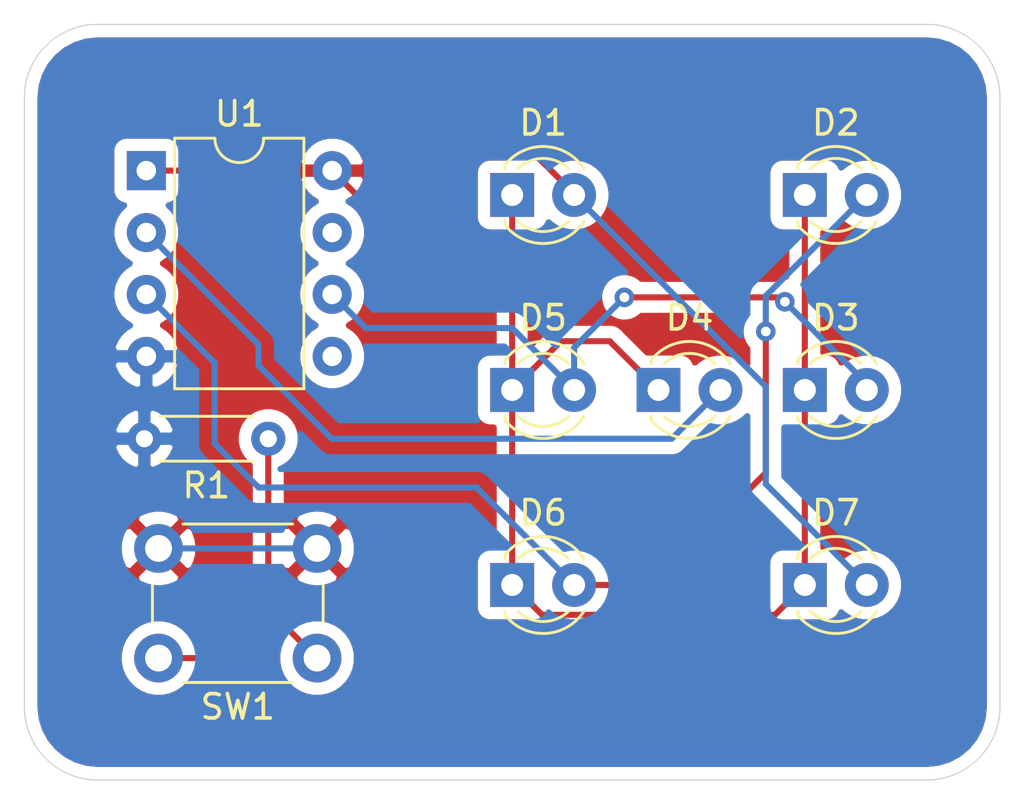
<source format=kicad_pcb>
(kicad_pcb (version 20171130) (host pcbnew "(5.1.6)-1")

  (general
    (thickness 1.6)
    (drawings 8)
    (tracks 53)
    (zones 0)
    (modules 10)
    (nets 9)
  )

  (page A4)
  (layers
    (0 F.Cu signal)
    (31 B.Cu signal)
    (32 B.Adhes user)
    (33 F.Adhes user)
    (34 B.Paste user)
    (35 F.Paste user)
    (36 B.SilkS user)
    (37 F.SilkS user)
    (38 B.Mask user)
    (39 F.Mask user)
    (40 Dwgs.User user)
    (41 Cmts.User user)
    (42 Eco1.User user)
    (43 Eco2.User user)
    (44 Edge.Cuts user)
    (45 Margin user)
    (46 B.CrtYd user)
    (47 F.CrtYd user)
    (48 B.Fab user hide)
    (49 F.Fab user hide)
  )

  (setup
    (last_trace_width 0.25)
    (trace_clearance 0.2)
    (zone_clearance 0.508)
    (zone_45_only no)
    (trace_min 0.2)
    (via_size 0.8)
    (via_drill 0.4)
    (via_min_size 0.4)
    (via_min_drill 0.3)
    (uvia_size 0.3)
    (uvia_drill 0.1)
    (uvias_allowed no)
    (uvia_min_size 0.2)
    (uvia_min_drill 0.1)
    (edge_width 0.05)
    (segment_width 0.2)
    (pcb_text_width 0.3)
    (pcb_text_size 1.5 1.5)
    (mod_edge_width 0.12)
    (mod_text_size 1 1)
    (mod_text_width 0.15)
    (pad_size 1.524 1.524)
    (pad_drill 0.762)
    (pad_to_mask_clearance 0.05)
    (aux_axis_origin 0 0)
    (visible_elements FFFFFF7F)
    (pcbplotparams
      (layerselection 0x010fc_ffffffff)
      (usegerberextensions false)
      (usegerberattributes true)
      (usegerberadvancedattributes true)
      (creategerberjobfile true)
      (excludeedgelayer true)
      (linewidth 0.100000)
      (plotframeref false)
      (viasonmask false)
      (mode 1)
      (useauxorigin false)
      (hpglpennumber 1)
      (hpglpenspeed 20)
      (hpglpendiameter 15.000000)
      (psnegative false)
      (psa4output false)
      (plotreference true)
      (plotvalue true)
      (plotinvisibletext false)
      (padsonsilk false)
      (subtractmaskfromsilk false)
      (outputformat 1)
      (mirror false)
      (drillshape 1)
      (scaleselection 1)
      (outputdirectory ""))
  )

  (net 0 "")
  (net 1 "Net-(D1-Pad1)")
  (net 2 "Net-(D1-Pad2)")
  (net 3 "Net-(D2-Pad2)")
  (net 4 "Net-(D3-Pad2)")
  (net 5 "Net-(D4-Pad2)")
  (net 6 "Net-(R1-Pad1)")
  (net 7 GND)
  (net 8 +3V3)

  (net_class Default "This is the default net class."
    (clearance 0.2)
    (trace_width 0.25)
    (via_dia 0.8)
    (via_drill 0.4)
    (uvia_dia 0.3)
    (uvia_drill 0.1)
    (add_net +3V3)
    (add_net GND)
    (add_net "Net-(D1-Pad1)")
    (add_net "Net-(D1-Pad2)")
    (add_net "Net-(D2-Pad2)")
    (add_net "Net-(D3-Pad2)")
    (add_net "Net-(D4-Pad2)")
    (add_net "Net-(R1-Pad1)")
  )

  (module LED_THT:LED_D3.0mm (layer F.Cu) (tedit 587A3A7B) (tstamp 5F64B3C3)
    (at 155 69)
    (descr "LED, diameter 3.0mm, 2 pins")
    (tags "LED diameter 3.0mm 2 pins")
    (path /5F65736A)
    (fp_text reference D1 (at 1.27 -2.96) (layer F.SilkS)
      (effects (font (size 1 1) (thickness 0.15)))
    )
    (fp_text value LED (at 1.27 2.96) (layer F.Fab)
      (effects (font (size 1 1) (thickness 0.15)))
    )
    (fp_line (start 3.7 -2.25) (end -1.15 -2.25) (layer F.CrtYd) (width 0.05))
    (fp_line (start 3.7 2.25) (end 3.7 -2.25) (layer F.CrtYd) (width 0.05))
    (fp_line (start -1.15 2.25) (end 3.7 2.25) (layer F.CrtYd) (width 0.05))
    (fp_line (start -1.15 -2.25) (end -1.15 2.25) (layer F.CrtYd) (width 0.05))
    (fp_line (start -0.29 1.08) (end -0.29 1.236) (layer F.SilkS) (width 0.12))
    (fp_line (start -0.29 -1.236) (end -0.29 -1.08) (layer F.SilkS) (width 0.12))
    (fp_line (start -0.23 -1.16619) (end -0.23 1.16619) (layer F.Fab) (width 0.1))
    (fp_circle (center 1.27 0) (end 2.77 0) (layer F.Fab) (width 0.1))
    (fp_arc (start 1.27 0) (end -0.23 -1.16619) (angle 284.3) (layer F.Fab) (width 0.1))
    (fp_arc (start 1.27 0) (end -0.29 -1.235516) (angle 108.8) (layer F.SilkS) (width 0.12))
    (fp_arc (start 1.27 0) (end -0.29 1.235516) (angle -108.8) (layer F.SilkS) (width 0.12))
    (fp_arc (start 1.27 0) (end 0.229039 -1.08) (angle 87.9) (layer F.SilkS) (width 0.12))
    (fp_arc (start 1.27 0) (end 0.229039 1.08) (angle -87.9) (layer F.SilkS) (width 0.12))
    (pad 1 thru_hole rect (at 0 0) (size 1.8 1.8) (drill 0.9) (layers *.Cu *.Mask)
      (net 1 "Net-(D1-Pad1)"))
    (pad 2 thru_hole circle (at 2.54 0) (size 1.8 1.8) (drill 0.9) (layers *.Cu *.Mask)
      (net 2 "Net-(D1-Pad2)"))
    (model ${KISYS3DMOD}/LED_THT.3dshapes/LED_D3.0mm.wrl
      (at (xyz 0 0 0))
      (scale (xyz 1 1 1))
      (rotate (xyz 0 0 0))
    )
  )

  (module LED_THT:LED_D3.0mm (layer F.Cu) (tedit 587A3A7B) (tstamp 5F64B3D6)
    (at 167 69)
    (descr "LED, diameter 3.0mm, 2 pins")
    (tags "LED diameter 3.0mm 2 pins")
    (path /5F658A18)
    (fp_text reference D2 (at 1.27 -2.96) (layer F.SilkS)
      (effects (font (size 1 1) (thickness 0.15)))
    )
    (fp_text value LED (at 1.27 2.96) (layer F.Fab)
      (effects (font (size 1 1) (thickness 0.15)))
    )
    (fp_arc (start 1.27 0) (end 0.229039 1.08) (angle -87.9) (layer F.SilkS) (width 0.12))
    (fp_arc (start 1.27 0) (end 0.229039 -1.08) (angle 87.9) (layer F.SilkS) (width 0.12))
    (fp_arc (start 1.27 0) (end -0.29 1.235516) (angle -108.8) (layer F.SilkS) (width 0.12))
    (fp_arc (start 1.27 0) (end -0.29 -1.235516) (angle 108.8) (layer F.SilkS) (width 0.12))
    (fp_arc (start 1.27 0) (end -0.23 -1.16619) (angle 284.3) (layer F.Fab) (width 0.1))
    (fp_circle (center 1.27 0) (end 2.77 0) (layer F.Fab) (width 0.1))
    (fp_line (start -0.23 -1.16619) (end -0.23 1.16619) (layer F.Fab) (width 0.1))
    (fp_line (start -0.29 -1.236) (end -0.29 -1.08) (layer F.SilkS) (width 0.12))
    (fp_line (start -0.29 1.08) (end -0.29 1.236) (layer F.SilkS) (width 0.12))
    (fp_line (start -1.15 -2.25) (end -1.15 2.25) (layer F.CrtYd) (width 0.05))
    (fp_line (start -1.15 2.25) (end 3.7 2.25) (layer F.CrtYd) (width 0.05))
    (fp_line (start 3.7 2.25) (end 3.7 -2.25) (layer F.CrtYd) (width 0.05))
    (fp_line (start 3.7 -2.25) (end -1.15 -2.25) (layer F.CrtYd) (width 0.05))
    (pad 2 thru_hole circle (at 2.54 0) (size 1.8 1.8) (drill 0.9) (layers *.Cu *.Mask)
      (net 3 "Net-(D2-Pad2)"))
    (pad 1 thru_hole rect (at 0 0) (size 1.8 1.8) (drill 0.9) (layers *.Cu *.Mask)
      (net 1 "Net-(D1-Pad1)"))
    (model ${KISYS3DMOD}/LED_THT.3dshapes/LED_D3.0mm.wrl
      (at (xyz 0 0 0))
      (scale (xyz 1 1 1))
      (rotate (xyz 0 0 0))
    )
  )

  (module LED_THT:LED_D3.0mm (layer F.Cu) (tedit 587A3A7B) (tstamp 5F64B3E9)
    (at 167 77)
    (descr "LED, diameter 3.0mm, 2 pins")
    (tags "LED diameter 3.0mm 2 pins")
    (path /5F659C08)
    (fp_text reference D3 (at 1.27 -2.96) (layer F.SilkS)
      (effects (font (size 1 1) (thickness 0.15)))
    )
    (fp_text value LED (at 1.27 2.96) (layer F.Fab)
      (effects (font (size 1 1) (thickness 0.15)))
    )
    (fp_line (start 3.7 -2.25) (end -1.15 -2.25) (layer F.CrtYd) (width 0.05))
    (fp_line (start 3.7 2.25) (end 3.7 -2.25) (layer F.CrtYd) (width 0.05))
    (fp_line (start -1.15 2.25) (end 3.7 2.25) (layer F.CrtYd) (width 0.05))
    (fp_line (start -1.15 -2.25) (end -1.15 2.25) (layer F.CrtYd) (width 0.05))
    (fp_line (start -0.29 1.08) (end -0.29 1.236) (layer F.SilkS) (width 0.12))
    (fp_line (start -0.29 -1.236) (end -0.29 -1.08) (layer F.SilkS) (width 0.12))
    (fp_line (start -0.23 -1.16619) (end -0.23 1.16619) (layer F.Fab) (width 0.1))
    (fp_circle (center 1.27 0) (end 2.77 0) (layer F.Fab) (width 0.1))
    (fp_arc (start 1.27 0) (end -0.23 -1.16619) (angle 284.3) (layer F.Fab) (width 0.1))
    (fp_arc (start 1.27 0) (end -0.29 -1.235516) (angle 108.8) (layer F.SilkS) (width 0.12))
    (fp_arc (start 1.27 0) (end -0.29 1.235516) (angle -108.8) (layer F.SilkS) (width 0.12))
    (fp_arc (start 1.27 0) (end 0.229039 -1.08) (angle 87.9) (layer F.SilkS) (width 0.12))
    (fp_arc (start 1.27 0) (end 0.229039 1.08) (angle -87.9) (layer F.SilkS) (width 0.12))
    (pad 1 thru_hole rect (at 0 0) (size 1.8 1.8) (drill 0.9) (layers *.Cu *.Mask)
      (net 1 "Net-(D1-Pad1)"))
    (pad 2 thru_hole circle (at 2.54 0) (size 1.8 1.8) (drill 0.9) (layers *.Cu *.Mask)
      (net 4 "Net-(D3-Pad2)"))
    (model ${KISYS3DMOD}/LED_THT.3dshapes/LED_D3.0mm.wrl
      (at (xyz 0 0 0))
      (scale (xyz 1 1 1))
      (rotate (xyz 0 0 0))
    )
  )

  (module LED_THT:LED_D3.0mm (layer F.Cu) (tedit 587A3A7B) (tstamp 5F64B3FC)
    (at 161 77)
    (descr "LED, diameter 3.0mm, 2 pins")
    (tags "LED diameter 3.0mm 2 pins")
    (path /5F659888)
    (fp_text reference D4 (at 1.27 -2.96) (layer F.SilkS)
      (effects (font (size 1 1) (thickness 0.15)))
    )
    (fp_text value LED (at 1.27 2.96) (layer F.Fab)
      (effects (font (size 1 1) (thickness 0.15)))
    )
    (fp_arc (start 1.27 0) (end 0.229039 1.08) (angle -87.9) (layer F.SilkS) (width 0.12))
    (fp_arc (start 1.27 0) (end 0.229039 -1.08) (angle 87.9) (layer F.SilkS) (width 0.12))
    (fp_arc (start 1.27 0) (end -0.29 1.235516) (angle -108.8) (layer F.SilkS) (width 0.12))
    (fp_arc (start 1.27 0) (end -0.29 -1.235516) (angle 108.8) (layer F.SilkS) (width 0.12))
    (fp_arc (start 1.27 0) (end -0.23 -1.16619) (angle 284.3) (layer F.Fab) (width 0.1))
    (fp_circle (center 1.27 0) (end 2.77 0) (layer F.Fab) (width 0.1))
    (fp_line (start -0.23 -1.16619) (end -0.23 1.16619) (layer F.Fab) (width 0.1))
    (fp_line (start -0.29 -1.236) (end -0.29 -1.08) (layer F.SilkS) (width 0.12))
    (fp_line (start -0.29 1.08) (end -0.29 1.236) (layer F.SilkS) (width 0.12))
    (fp_line (start -1.15 -2.25) (end -1.15 2.25) (layer F.CrtYd) (width 0.05))
    (fp_line (start -1.15 2.25) (end 3.7 2.25) (layer F.CrtYd) (width 0.05))
    (fp_line (start 3.7 2.25) (end 3.7 -2.25) (layer F.CrtYd) (width 0.05))
    (fp_line (start 3.7 -2.25) (end -1.15 -2.25) (layer F.CrtYd) (width 0.05))
    (pad 2 thru_hole circle (at 2.54 0) (size 1.8 1.8) (drill 0.9) (layers *.Cu *.Mask)
      (net 5 "Net-(D4-Pad2)"))
    (pad 1 thru_hole rect (at 0 0) (size 1.8 1.8) (drill 0.9) (layers *.Cu *.Mask)
      (net 1 "Net-(D1-Pad1)"))
    (model ${KISYS3DMOD}/LED_THT.3dshapes/LED_D3.0mm.wrl
      (at (xyz 0 0 0))
      (scale (xyz 1 1 1))
      (rotate (xyz 0 0 0))
    )
  )

  (module LED_THT:LED_D3.0mm (layer F.Cu) (tedit 587A3A7B) (tstamp 5F64B40F)
    (at 155 77)
    (descr "LED, diameter 3.0mm, 2 pins")
    (tags "LED diameter 3.0mm 2 pins")
    (path /5F659026)
    (fp_text reference D5 (at 1.27 -2.96) (layer F.SilkS)
      (effects (font (size 1 1) (thickness 0.15)))
    )
    (fp_text value LED (at 1.27 2.96) (layer F.Fab)
      (effects (font (size 1 1) (thickness 0.15)))
    )
    (fp_line (start 3.7 -2.25) (end -1.15 -2.25) (layer F.CrtYd) (width 0.05))
    (fp_line (start 3.7 2.25) (end 3.7 -2.25) (layer F.CrtYd) (width 0.05))
    (fp_line (start -1.15 2.25) (end 3.7 2.25) (layer F.CrtYd) (width 0.05))
    (fp_line (start -1.15 -2.25) (end -1.15 2.25) (layer F.CrtYd) (width 0.05))
    (fp_line (start -0.29 1.08) (end -0.29 1.236) (layer F.SilkS) (width 0.12))
    (fp_line (start -0.29 -1.236) (end -0.29 -1.08) (layer F.SilkS) (width 0.12))
    (fp_line (start -0.23 -1.16619) (end -0.23 1.16619) (layer F.Fab) (width 0.1))
    (fp_circle (center 1.27 0) (end 2.77 0) (layer F.Fab) (width 0.1))
    (fp_arc (start 1.27 0) (end -0.23 -1.16619) (angle 284.3) (layer F.Fab) (width 0.1))
    (fp_arc (start 1.27 0) (end -0.29 -1.235516) (angle 108.8) (layer F.SilkS) (width 0.12))
    (fp_arc (start 1.27 0) (end -0.29 1.235516) (angle -108.8) (layer F.SilkS) (width 0.12))
    (fp_arc (start 1.27 0) (end 0.229039 -1.08) (angle 87.9) (layer F.SilkS) (width 0.12))
    (fp_arc (start 1.27 0) (end 0.229039 1.08) (angle -87.9) (layer F.SilkS) (width 0.12))
    (pad 1 thru_hole rect (at 0 0) (size 1.8 1.8) (drill 0.9) (layers *.Cu *.Mask)
      (net 1 "Net-(D1-Pad1)"))
    (pad 2 thru_hole circle (at 2.54 0) (size 1.8 1.8) (drill 0.9) (layers *.Cu *.Mask)
      (net 4 "Net-(D3-Pad2)"))
    (model ${KISYS3DMOD}/LED_THT.3dshapes/LED_D3.0mm.wrl
      (at (xyz 0 0 0))
      (scale (xyz 1 1 1))
      (rotate (xyz 0 0 0))
    )
  )

  (module LED_THT:LED_D3.0mm (layer F.Cu) (tedit 587A3A7B) (tstamp 5F64B422)
    (at 155 85)
    (descr "LED, diameter 3.0mm, 2 pins")
    (tags "LED diameter 3.0mm 2 pins")
    (path /5F65B893)
    (fp_text reference D6 (at 1.27 -2.96) (layer F.SilkS)
      (effects (font (size 1 1) (thickness 0.15)))
    )
    (fp_text value LED (at 1.27 2.96) (layer F.Fab)
      (effects (font (size 1 1) (thickness 0.15)))
    )
    (fp_arc (start 1.27 0) (end 0.229039 1.08) (angle -87.9) (layer F.SilkS) (width 0.12))
    (fp_arc (start 1.27 0) (end 0.229039 -1.08) (angle 87.9) (layer F.SilkS) (width 0.12))
    (fp_arc (start 1.27 0) (end -0.29 1.235516) (angle -108.8) (layer F.SilkS) (width 0.12))
    (fp_arc (start 1.27 0) (end -0.29 -1.235516) (angle 108.8) (layer F.SilkS) (width 0.12))
    (fp_arc (start 1.27 0) (end -0.23 -1.16619) (angle 284.3) (layer F.Fab) (width 0.1))
    (fp_circle (center 1.27 0) (end 2.77 0) (layer F.Fab) (width 0.1))
    (fp_line (start -0.23 -1.16619) (end -0.23 1.16619) (layer F.Fab) (width 0.1))
    (fp_line (start -0.29 -1.236) (end -0.29 -1.08) (layer F.SilkS) (width 0.12))
    (fp_line (start -0.29 1.08) (end -0.29 1.236) (layer F.SilkS) (width 0.12))
    (fp_line (start -1.15 -2.25) (end -1.15 2.25) (layer F.CrtYd) (width 0.05))
    (fp_line (start -1.15 2.25) (end 3.7 2.25) (layer F.CrtYd) (width 0.05))
    (fp_line (start 3.7 2.25) (end 3.7 -2.25) (layer F.CrtYd) (width 0.05))
    (fp_line (start 3.7 -2.25) (end -1.15 -2.25) (layer F.CrtYd) (width 0.05))
    (pad 2 thru_hole circle (at 2.54 0) (size 1.8 1.8) (drill 0.9) (layers *.Cu *.Mask)
      (net 3 "Net-(D2-Pad2)"))
    (pad 1 thru_hole rect (at 0 0) (size 1.8 1.8) (drill 0.9) (layers *.Cu *.Mask)
      (net 1 "Net-(D1-Pad1)"))
    (model ${KISYS3DMOD}/LED_THT.3dshapes/LED_D3.0mm.wrl
      (at (xyz 0 0 0))
      (scale (xyz 1 1 1))
      (rotate (xyz 0 0 0))
    )
  )

  (module LED_THT:LED_D3.0mm (layer F.Cu) (tedit 587A3A7B) (tstamp 5F64B435)
    (at 167 85)
    (descr "LED, diameter 3.0mm, 2 pins")
    (tags "LED diameter 3.0mm 2 pins")
    (path /5F65B89D)
    (fp_text reference D7 (at 1.27 -2.96) (layer F.SilkS)
      (effects (font (size 1 1) (thickness 0.15)))
    )
    (fp_text value LED (at 1.27 2.96) (layer F.Fab)
      (effects (font (size 1 1) (thickness 0.15)))
    )
    (fp_line (start 3.7 -2.25) (end -1.15 -2.25) (layer F.CrtYd) (width 0.05))
    (fp_line (start 3.7 2.25) (end 3.7 -2.25) (layer F.CrtYd) (width 0.05))
    (fp_line (start -1.15 2.25) (end 3.7 2.25) (layer F.CrtYd) (width 0.05))
    (fp_line (start -1.15 -2.25) (end -1.15 2.25) (layer F.CrtYd) (width 0.05))
    (fp_line (start -0.29 1.08) (end -0.29 1.236) (layer F.SilkS) (width 0.12))
    (fp_line (start -0.29 -1.236) (end -0.29 -1.08) (layer F.SilkS) (width 0.12))
    (fp_line (start -0.23 -1.16619) (end -0.23 1.16619) (layer F.Fab) (width 0.1))
    (fp_circle (center 1.27 0) (end 2.77 0) (layer F.Fab) (width 0.1))
    (fp_arc (start 1.27 0) (end -0.23 -1.16619) (angle 284.3) (layer F.Fab) (width 0.1))
    (fp_arc (start 1.27 0) (end -0.29 -1.235516) (angle 108.8) (layer F.SilkS) (width 0.12))
    (fp_arc (start 1.27 0) (end -0.29 1.235516) (angle -108.8) (layer F.SilkS) (width 0.12))
    (fp_arc (start 1.27 0) (end 0.229039 -1.08) (angle 87.9) (layer F.SilkS) (width 0.12))
    (fp_arc (start 1.27 0) (end 0.229039 1.08) (angle -87.9) (layer F.SilkS) (width 0.12))
    (pad 1 thru_hole rect (at 0 0) (size 1.8 1.8) (drill 0.9) (layers *.Cu *.Mask)
      (net 1 "Net-(D1-Pad1)"))
    (pad 2 thru_hole circle (at 2.54 0) (size 1.8 1.8) (drill 0.9) (layers *.Cu *.Mask)
      (net 2 "Net-(D1-Pad2)"))
    (model ${KISYS3DMOD}/LED_THT.3dshapes/LED_D3.0mm.wrl
      (at (xyz 0 0 0))
      (scale (xyz 1 1 1))
      (rotate (xyz 0 0 0))
    )
  )

  (module Resistor_THT:R_Axial_DIN0204_L3.6mm_D1.6mm_P5.08mm_Horizontal (layer F.Cu) (tedit 5AE5139B) (tstamp 5F64B448)
    (at 145 79 180)
    (descr "Resistor, Axial_DIN0204 series, Axial, Horizontal, pin pitch=5.08mm, 0.167W, length*diameter=3.6*1.6mm^2, http://cdn-reichelt.de/documents/datenblatt/B400/1_4W%23YAG.pdf")
    (tags "Resistor Axial_DIN0204 series Axial Horizontal pin pitch 5.08mm 0.167W length 3.6mm diameter 1.6mm")
    (path /5F6464FC)
    (fp_text reference R1 (at 2.54 -1.92) (layer F.SilkS)
      (effects (font (size 1 1) (thickness 0.15)))
    )
    (fp_text value 10k (at 2.54 1.92) (layer F.Fab)
      (effects (font (size 1 1) (thickness 0.15)))
    )
    (fp_line (start 6.03 -1.05) (end -0.95 -1.05) (layer F.CrtYd) (width 0.05))
    (fp_line (start 6.03 1.05) (end 6.03 -1.05) (layer F.CrtYd) (width 0.05))
    (fp_line (start -0.95 1.05) (end 6.03 1.05) (layer F.CrtYd) (width 0.05))
    (fp_line (start -0.95 -1.05) (end -0.95 1.05) (layer F.CrtYd) (width 0.05))
    (fp_line (start 0.62 0.92) (end 4.46 0.92) (layer F.SilkS) (width 0.12))
    (fp_line (start 0.62 -0.92) (end 4.46 -0.92) (layer F.SilkS) (width 0.12))
    (fp_line (start 5.08 0) (end 4.34 0) (layer F.Fab) (width 0.1))
    (fp_line (start 0 0) (end 0.74 0) (layer F.Fab) (width 0.1))
    (fp_line (start 4.34 -0.8) (end 0.74 -0.8) (layer F.Fab) (width 0.1))
    (fp_line (start 4.34 0.8) (end 4.34 -0.8) (layer F.Fab) (width 0.1))
    (fp_line (start 0.74 0.8) (end 4.34 0.8) (layer F.Fab) (width 0.1))
    (fp_line (start 0.74 -0.8) (end 0.74 0.8) (layer F.Fab) (width 0.1))
    (fp_text user %R (at 2.54 0) (layer F.Fab)
      (effects (font (size 0.72 0.72) (thickness 0.108)))
    )
    (pad 1 thru_hole circle (at 0 0 180) (size 1.4 1.4) (drill 0.7) (layers *.Cu *.Mask)
      (net 6 "Net-(R1-Pad1)"))
    (pad 2 thru_hole oval (at 5.08 0 180) (size 1.4 1.4) (drill 0.7) (layers *.Cu *.Mask)
      (net 7 GND))
    (model ${KISYS3DMOD}/Resistor_THT.3dshapes/R_Axial_DIN0204_L3.6mm_D1.6mm_P5.08mm_Horizontal.wrl
      (at (xyz 0 0 0))
      (scale (xyz 1 1 1))
      (rotate (xyz 0 0 0))
    )
  )

  (module Button_Switch_THT:SW_PUSH_6mm_H5mm (layer F.Cu) (tedit 5A02FE31) (tstamp 5F64B467)
    (at 147 88 180)
    (descr "tactile push button, 6x6mm e.g. PHAP33xx series, height=5mm")
    (tags "tact sw push 6mm")
    (path /5F67A597)
    (fp_text reference SW1 (at 3.25 -2) (layer F.SilkS)
      (effects (font (size 1 1) (thickness 0.15)))
    )
    (fp_text value SWITCH (at 3.75 6.7) (layer F.Fab)
      (effects (font (size 1 1) (thickness 0.15)))
    )
    (fp_circle (center 3.25 2.25) (end 1.25 2.5) (layer F.Fab) (width 0.1))
    (fp_line (start 6.75 3) (end 6.75 1.5) (layer F.SilkS) (width 0.12))
    (fp_line (start 5.5 -1) (end 1 -1) (layer F.SilkS) (width 0.12))
    (fp_line (start -0.25 1.5) (end -0.25 3) (layer F.SilkS) (width 0.12))
    (fp_line (start 1 5.5) (end 5.5 5.5) (layer F.SilkS) (width 0.12))
    (fp_line (start 8 -1.25) (end 8 5.75) (layer F.CrtYd) (width 0.05))
    (fp_line (start 7.75 6) (end -1.25 6) (layer F.CrtYd) (width 0.05))
    (fp_line (start -1.5 5.75) (end -1.5 -1.25) (layer F.CrtYd) (width 0.05))
    (fp_line (start -1.25 -1.5) (end 7.75 -1.5) (layer F.CrtYd) (width 0.05))
    (fp_line (start -1.5 6) (end -1.25 6) (layer F.CrtYd) (width 0.05))
    (fp_line (start -1.5 5.75) (end -1.5 6) (layer F.CrtYd) (width 0.05))
    (fp_line (start -1.5 -1.5) (end -1.25 -1.5) (layer F.CrtYd) (width 0.05))
    (fp_line (start -1.5 -1.25) (end -1.5 -1.5) (layer F.CrtYd) (width 0.05))
    (fp_line (start 8 -1.5) (end 8 -1.25) (layer F.CrtYd) (width 0.05))
    (fp_line (start 7.75 -1.5) (end 8 -1.5) (layer F.CrtYd) (width 0.05))
    (fp_line (start 8 6) (end 8 5.75) (layer F.CrtYd) (width 0.05))
    (fp_line (start 7.75 6) (end 8 6) (layer F.CrtYd) (width 0.05))
    (fp_line (start 0.25 -0.75) (end 3.25 -0.75) (layer F.Fab) (width 0.1))
    (fp_line (start 0.25 5.25) (end 0.25 -0.75) (layer F.Fab) (width 0.1))
    (fp_line (start 6.25 5.25) (end 0.25 5.25) (layer F.Fab) (width 0.1))
    (fp_line (start 6.25 -0.75) (end 6.25 5.25) (layer F.Fab) (width 0.1))
    (fp_line (start 3.25 -0.75) (end 6.25 -0.75) (layer F.Fab) (width 0.1))
    (fp_text user %R (at 3.25 2.25) (layer F.Fab)
      (effects (font (size 1 1) (thickness 0.15)))
    )
    (pad 2 thru_hole circle (at 0 4.5 270) (size 2 2) (drill 1.1) (layers *.Cu *.Mask)
      (net 8 +3V3))
    (pad 1 thru_hole circle (at 0 0 270) (size 2 2) (drill 1.1) (layers *.Cu *.Mask)
      (net 6 "Net-(R1-Pad1)"))
    (pad 2 thru_hole circle (at 6.5 4.5 270) (size 2 2) (drill 1.1) (layers *.Cu *.Mask)
      (net 8 +3V3))
    (pad 1 thru_hole circle (at 6.5 0 270) (size 2 2) (drill 1.1) (layers *.Cu *.Mask)
      (net 6 "Net-(R1-Pad1)"))
    (model ${KISYS3DMOD}/Button_Switch_THT.3dshapes/SW_PUSH_6mm_H5mm.wrl
      (at (xyz 0 0 0))
      (scale (xyz 1 1 1))
      (rotate (xyz 0 0 0))
    )
  )

  (module Package_DIP:DIP-8_W7.62mm (layer F.Cu) (tedit 5A02E8C5) (tstamp 5F64B483)
    (at 140 68)
    (descr "8-lead though-hole mounted DIP package, row spacing 7.62 mm (300 mils)")
    (tags "THT DIP DIL PDIP 2.54mm 7.62mm 300mil")
    (path /5F64210A)
    (fp_text reference U1 (at 3.81 -2.33) (layer F.SilkS)
      (effects (font (size 1 1) (thickness 0.15)))
    )
    (fp_text value ATtiny85-20PU (at 3.81 9.95) (layer F.Fab)
      (effects (font (size 1 1) (thickness 0.15)))
    )
    (fp_line (start 8.7 -1.55) (end -1.1 -1.55) (layer F.CrtYd) (width 0.05))
    (fp_line (start 8.7 9.15) (end 8.7 -1.55) (layer F.CrtYd) (width 0.05))
    (fp_line (start -1.1 9.15) (end 8.7 9.15) (layer F.CrtYd) (width 0.05))
    (fp_line (start -1.1 -1.55) (end -1.1 9.15) (layer F.CrtYd) (width 0.05))
    (fp_line (start 6.46 -1.33) (end 4.81 -1.33) (layer F.SilkS) (width 0.12))
    (fp_line (start 6.46 8.95) (end 6.46 -1.33) (layer F.SilkS) (width 0.12))
    (fp_line (start 1.16 8.95) (end 6.46 8.95) (layer F.SilkS) (width 0.12))
    (fp_line (start 1.16 -1.33) (end 1.16 8.95) (layer F.SilkS) (width 0.12))
    (fp_line (start 2.81 -1.33) (end 1.16 -1.33) (layer F.SilkS) (width 0.12))
    (fp_line (start 0.635 -0.27) (end 1.635 -1.27) (layer F.Fab) (width 0.1))
    (fp_line (start 0.635 8.89) (end 0.635 -0.27) (layer F.Fab) (width 0.1))
    (fp_line (start 6.985 8.89) (end 0.635 8.89) (layer F.Fab) (width 0.1))
    (fp_line (start 6.985 -1.27) (end 6.985 8.89) (layer F.Fab) (width 0.1))
    (fp_line (start 1.635 -1.27) (end 6.985 -1.27) (layer F.Fab) (width 0.1))
    (fp_arc (start 3.81 -1.33) (end 2.81 -1.33) (angle -180) (layer F.SilkS) (width 0.12))
    (fp_text user %R (at 3.81 3.81) (layer F.Fab)
      (effects (font (size 1 1) (thickness 0.15)))
    )
    (pad 1 thru_hole rect (at 0 0) (size 1.6 1.6) (drill 0.8) (layers *.Cu *.Mask)
      (net 2 "Net-(D1-Pad2)"))
    (pad 5 thru_hole oval (at 7.62 7.62) (size 1.6 1.6) (drill 0.8) (layers *.Cu *.Mask))
    (pad 2 thru_hole oval (at 0 2.54) (size 1.6 1.6) (drill 0.8) (layers *.Cu *.Mask)
      (net 5 "Net-(D4-Pad2)"))
    (pad 6 thru_hole oval (at 7.62 5.08) (size 1.6 1.6) (drill 0.8) (layers *.Cu *.Mask)
      (net 4 "Net-(D3-Pad2)"))
    (pad 3 thru_hole oval (at 0 5.08) (size 1.6 1.6) (drill 0.8) (layers *.Cu *.Mask)
      (net 3 "Net-(D2-Pad2)"))
    (pad 7 thru_hole oval (at 7.62 2.54) (size 1.6 1.6) (drill 0.8) (layers *.Cu *.Mask))
    (pad 4 thru_hole oval (at 0 7.62) (size 1.6 1.6) (drill 0.8) (layers *.Cu *.Mask)
      (net 7 GND))
    (pad 8 thru_hole oval (at 7.62 0) (size 1.6 1.6) (drill 0.8) (layers *.Cu *.Mask)
      (net 8 +3V3))
    (model ${KISYS3DMOD}/Package_DIP.3dshapes/DIP-8_W7.62mm.wrl
      (at (xyz 0 0 0))
      (scale (xyz 1 1 1))
      (rotate (xyz 0 0 0))
    )
  )

  (gr_line (start 135 65) (end 135 90) (layer Edge.Cuts) (width 0.05) (tstamp 5F64C371))
  (gr_line (start 138 62) (end 172 62) (layer Edge.Cuts) (width 0.05) (tstamp 5F64C370))
  (gr_line (start 175 65) (end 175 90) (layer Edge.Cuts) (width 0.05) (tstamp 5F64C36F))
  (gr_line (start 138 93) (end 172 93) (layer Edge.Cuts) (width 0.05) (tstamp 5F64C36E))
  (gr_arc (start 138 65) (end 138 62) (angle -90) (layer Edge.Cuts) (width 0.05))
  (gr_arc (start 138 90) (end 135 90) (angle -90) (layer Edge.Cuts) (width 0.05))
  (gr_arc (start 172 90) (end 172 93) (angle -90) (layer Edge.Cuts) (width 0.05))
  (gr_arc (start 172 65) (end 175 65) (angle -90) (layer Edge.Cuts) (width 0.05))

  (segment (start 155 85) (end 155 77) (width 0.25) (layer F.Cu) (net 1))
  (segment (start 155 77) (end 155 69) (width 0.25) (layer F.Cu) (net 1))
  (segment (start 167 69) (end 167 77) (width 0.25) (layer F.Cu) (net 1))
  (segment (start 167 85) (end 167 77) (width 0.25) (layer F.Cu) (net 1))
  (segment (start 165.774999 86.225001) (end 167 85) (width 0.25) (layer F.Cu) (net 1))
  (segment (start 156.225001 86.225001) (end 165.774999 86.225001) (width 0.25) (layer F.Cu) (net 1))
  (segment (start 155 85) (end 156.225001 86.225001) (width 0.25) (layer F.Cu) (net 1))
  (segment (start 157 75) (end 155 77) (width 0.25) (layer F.Cu) (net 1))
  (segment (start 161 77) (end 159 75) (width 0.25) (layer F.Cu) (net 1))
  (segment (start 159 75) (end 157 75) (width 0.25) (layer F.Cu) (net 1))
  (segment (start 157.54 69) (end 165.4 76.86) (width 0.25) (layer B.Cu) (net 2))
  (segment (start 165.4 80.86) (end 169.54 85) (width 0.25) (layer B.Cu) (net 2))
  (segment (start 165.4 76.86) (end 165.4 80.86) (width 0.25) (layer B.Cu) (net 2))
  (segment (start 140 68) (end 141.6 68) (width 0.25) (layer F.Cu) (net 2))
  (segment (start 141.6 68) (end 143.4 66.2) (width 0.25) (layer F.Cu) (net 2))
  (segment (start 143.4 66.2) (end 154.8 66.2) (width 0.25) (layer F.Cu) (net 2))
  (segment (start 157.54 68.94) (end 157.54 69) (width 0.25) (layer F.Cu) (net 2))
  (segment (start 154.8 66.2) (end 157.54 68.94) (width 0.25) (layer F.Cu) (net 2))
  (segment (start 157.54 85) (end 160.8 85) (width 0.25) (layer F.Cu) (net 3))
  (segment (start 160.8 85) (end 165.4 80.4) (width 0.25) (layer F.Cu) (net 3))
  (via (at 165.4 74.6) (size 0.8) (drill 0.4) (layers F.Cu B.Cu) (net 3))
  (segment (start 165.4 80.4) (end 165.4 74.6) (width 0.25) (layer F.Cu) (net 3))
  (segment (start 165.4 73.14) (end 169.54 69) (width 0.25) (layer B.Cu) (net 3))
  (segment (start 165.4 74.6) (end 165.4 73.14) (width 0.25) (layer B.Cu) (net 3))
  (segment (start 140 73.08) (end 142.8 75.88) (width 0.25) (layer B.Cu) (net 3))
  (segment (start 142.8 75.88) (end 142.8 79.2) (width 0.25) (layer B.Cu) (net 3))
  (segment (start 142.8 79.2) (end 144.6 81) (width 0.25) (layer B.Cu) (net 3))
  (segment (start 153.54 81) (end 157.54 85) (width 0.25) (layer B.Cu) (net 3))
  (segment (start 144.6 81) (end 153.54 81) (width 0.25) (layer B.Cu) (net 3))
  (segment (start 157.54 77) (end 155 74.46) (width 0.25) (layer B.Cu) (net 4))
  (segment (start 149 74.46) (end 147.62 73.08) (width 0.25) (layer B.Cu) (net 4))
  (segment (start 155 74.46) (end 149 74.46) (width 0.25) (layer B.Cu) (net 4))
  (via (at 159.6 73.2) (size 0.8) (drill 0.4) (layers F.Cu B.Cu) (net 4))
  (segment (start 157.54 77) (end 157.54 75.26) (width 0.25) (layer B.Cu) (net 4))
  (segment (start 157.54 75.26) (end 159.6 73.2) (width 0.25) (layer B.Cu) (net 4))
  (via (at 166.182653 73.382653) (size 0.8) (drill 0.4) (layers F.Cu B.Cu) (net 4))
  (segment (start 159.6 73.2) (end 166 73.2) (width 0.25) (layer F.Cu) (net 4))
  (segment (start 166 73.2) (end 166.182653 73.382653) (width 0.25) (layer F.Cu) (net 4))
  (segment (start 169.54 76.74) (end 169.54 77) (width 0.25) (layer B.Cu) (net 4))
  (segment (start 166.182653 73.382653) (end 169.54 76.74) (width 0.25) (layer B.Cu) (net 4))
  (segment (start 144.6 75.14) (end 140 70.54) (width 0.25) (layer B.Cu) (net 5))
  (segment (start 147.6 79) (end 144.6 76) (width 0.25) (layer B.Cu) (net 5))
  (segment (start 144.6 76) (end 144.6 75.14) (width 0.25) (layer B.Cu) (net 5))
  (segment (start 163.54 77) (end 161.54 79) (width 0.25) (layer B.Cu) (net 5))
  (segment (start 161.54 79) (end 147.6 79) (width 0.25) (layer B.Cu) (net 5))
  (segment (start 145 86) (end 147 88) (width 0.25) (layer F.Cu) (net 6))
  (segment (start 145 79) (end 145 86) (width 0.25) (layer F.Cu) (net 6))
  (segment (start 143 88) (end 145 86) (width 0.25) (layer F.Cu) (net 6))
  (segment (start 140.5 88) (end 143 88) (width 0.25) (layer F.Cu) (net 6))
  (segment (start 147 83.5) (end 140.5 83.5) (width 0.25) (layer B.Cu) (net 8))
  (segment (start 147.62 68) (end 150 70.38) (width 0.25) (layer F.Cu) (net 8))
  (segment (start 150 80.5) (end 147 83.5) (width 0.25) (layer F.Cu) (net 8))
  (segment (start 150 70.38) (end 150 80.5) (width 0.25) (layer F.Cu) (net 8))

  (zone (net 8) (net_name +3V3) (layer F.Cu) (tstamp 0) (hatch edge 0.508)
    (connect_pads (clearance 0.508))
    (min_thickness 0.254)
    (fill yes (arc_segments 32) (thermal_gap 0.508) (thermal_bridge_width 0.508))
    (polygon
      (pts
        (xy 176 94) (xy 134 94) (xy 134 61) (xy 176 61)
      )
    )
    (filled_polygon
      (pts
        (xy 172.453893 62.70767) (xy 172.890498 62.839489) (xy 173.293185 63.0536) (xy 173.646612 63.341848) (xy 173.937327 63.693261)
        (xy 174.154242 64.094439) (xy 174.289106 64.530113) (xy 174.34 65.014344) (xy 174.340001 89.967711) (xy 174.29233 90.453894)
        (xy 174.160512 90.890497) (xy 173.946399 91.293186) (xy 173.65815 91.646613) (xy 173.306739 91.937327) (xy 172.905564 92.15424)
        (xy 172.469886 92.289106) (xy 171.985664 92.34) (xy 138.032279 92.34) (xy 137.546106 92.29233) (xy 137.109503 92.160512)
        (xy 136.706814 91.946399) (xy 136.353387 91.65815) (xy 136.062673 91.306739) (xy 135.84576 90.905564) (xy 135.710894 90.469886)
        (xy 135.66 89.985664) (xy 135.66 87.838967) (xy 138.865 87.838967) (xy 138.865 88.161033) (xy 138.927832 88.476912)
        (xy 139.051082 88.774463) (xy 139.230013 89.042252) (xy 139.457748 89.269987) (xy 139.725537 89.448918) (xy 140.023088 89.572168)
        (xy 140.338967 89.635) (xy 140.661033 89.635) (xy 140.976912 89.572168) (xy 141.274463 89.448918) (xy 141.542252 89.269987)
        (xy 141.769987 89.042252) (xy 141.948918 88.774463) (xy 141.954909 88.76) (xy 142.962678 88.76) (xy 143 88.763676)
        (xy 143.037322 88.76) (xy 143.037333 88.76) (xy 143.148986 88.749003) (xy 143.292247 88.705546) (xy 143.424276 88.634974)
        (xy 143.540001 88.540001) (xy 143.563804 88.510997) (xy 145 87.074802) (xy 145.433823 87.508624) (xy 145.427832 87.523088)
        (xy 145.365 87.838967) (xy 145.365 88.161033) (xy 145.427832 88.476912) (xy 145.551082 88.774463) (xy 145.730013 89.042252)
        (xy 145.957748 89.269987) (xy 146.225537 89.448918) (xy 146.523088 89.572168) (xy 146.838967 89.635) (xy 147.161033 89.635)
        (xy 147.476912 89.572168) (xy 147.774463 89.448918) (xy 148.042252 89.269987) (xy 148.269987 89.042252) (xy 148.448918 88.774463)
        (xy 148.572168 88.476912) (xy 148.635 88.161033) (xy 148.635 87.838967) (xy 148.572168 87.523088) (xy 148.448918 87.225537)
        (xy 148.269987 86.957748) (xy 148.042252 86.730013) (xy 147.774463 86.551082) (xy 147.476912 86.427832) (xy 147.161033 86.365)
        (xy 146.838967 86.365) (xy 146.523088 86.427832) (xy 146.508624 86.433823) (xy 145.76 85.685199) (xy 145.76 84.635413)
        (xy 146.044192 84.635413) (xy 146.139956 84.899814) (xy 146.429571 85.040704) (xy 146.741108 85.122384) (xy 147.062595 85.141718)
        (xy 147.381675 85.097961) (xy 147.686088 84.992795) (xy 147.860044 84.899814) (xy 147.955808 84.635413) (xy 147 83.679605)
        (xy 146.044192 84.635413) (xy 145.76 84.635413) (xy 145.76 84.417927) (xy 145.864587 84.455808) (xy 146.820395 83.5)
        (xy 147.179605 83.5) (xy 148.135413 84.455808) (xy 148.399814 84.360044) (xy 148.540704 84.070429) (xy 148.622384 83.758892)
        (xy 148.641718 83.437405) (xy 148.597961 83.118325) (xy 148.492795 82.813912) (xy 148.399814 82.639956) (xy 148.135413 82.544192)
        (xy 147.179605 83.5) (xy 146.820395 83.5) (xy 145.864587 82.544192) (xy 145.76 82.582073) (xy 145.76 82.364587)
        (xy 146.044192 82.364587) (xy 147 83.320395) (xy 147.955808 82.364587) (xy 147.860044 82.100186) (xy 147.570429 81.959296)
        (xy 147.258892 81.877616) (xy 146.937405 81.858282) (xy 146.618325 81.902039) (xy 146.313912 82.007205) (xy 146.139956 82.100186)
        (xy 146.044192 82.364587) (xy 145.76 82.364587) (xy 145.76 80.097775) (xy 145.851013 80.036962) (xy 146.036962 79.851013)
        (xy 146.183061 79.632359) (xy 146.283696 79.389405) (xy 146.335 79.131486) (xy 146.335 78.868514) (xy 146.283696 78.610595)
        (xy 146.183061 78.367641) (xy 146.036962 78.148987) (xy 145.851013 77.963038) (xy 145.632359 77.816939) (xy 145.389405 77.716304)
        (xy 145.131486 77.665) (xy 144.868514 77.665) (xy 144.610595 77.716304) (xy 144.367641 77.816939) (xy 144.148987 77.963038)
        (xy 143.963038 78.148987) (xy 143.816939 78.367641) (xy 143.716304 78.610595) (xy 143.665 78.868514) (xy 143.665 79.131486)
        (xy 143.716304 79.389405) (xy 143.816939 79.632359) (xy 143.963038 79.851013) (xy 144.148987 80.036962) (xy 144.24 80.097775)
        (xy 144.240001 85.685197) (xy 142.685199 87.24) (xy 141.954909 87.24) (xy 141.948918 87.225537) (xy 141.769987 86.957748)
        (xy 141.542252 86.730013) (xy 141.274463 86.551082) (xy 140.976912 86.427832) (xy 140.661033 86.365) (xy 140.338967 86.365)
        (xy 140.023088 86.427832) (xy 139.725537 86.551082) (xy 139.457748 86.730013) (xy 139.230013 86.957748) (xy 139.051082 87.225537)
        (xy 138.927832 87.523088) (xy 138.865 87.838967) (xy 135.66 87.838967) (xy 135.66 84.635413) (xy 139.544192 84.635413)
        (xy 139.639956 84.899814) (xy 139.929571 85.040704) (xy 140.241108 85.122384) (xy 140.562595 85.141718) (xy 140.881675 85.097961)
        (xy 141.186088 84.992795) (xy 141.360044 84.899814) (xy 141.455808 84.635413) (xy 140.5 83.679605) (xy 139.544192 84.635413)
        (xy 135.66 84.635413) (xy 135.66 83.562595) (xy 138.858282 83.562595) (xy 138.902039 83.881675) (xy 139.007205 84.186088)
        (xy 139.100186 84.360044) (xy 139.364587 84.455808) (xy 140.320395 83.5) (xy 140.679605 83.5) (xy 141.635413 84.455808)
        (xy 141.899814 84.360044) (xy 142.040704 84.070429) (xy 142.122384 83.758892) (xy 142.141718 83.437405) (xy 142.097961 83.118325)
        (xy 141.992795 82.813912) (xy 141.899814 82.639956) (xy 141.635413 82.544192) (xy 140.679605 83.5) (xy 140.320395 83.5)
        (xy 139.364587 82.544192) (xy 139.100186 82.639956) (xy 138.959296 82.929571) (xy 138.877616 83.241108) (xy 138.858282 83.562595)
        (xy 135.66 83.562595) (xy 135.66 82.364587) (xy 139.544192 82.364587) (xy 140.5 83.320395) (xy 141.455808 82.364587)
        (xy 141.360044 82.100186) (xy 141.070429 81.959296) (xy 140.758892 81.877616) (xy 140.437405 81.858282) (xy 140.118325 81.902039)
        (xy 139.813912 82.007205) (xy 139.639956 82.100186) (xy 139.544192 82.364587) (xy 135.66 82.364587) (xy 135.66 78.868514)
        (xy 138.585 78.868514) (xy 138.585 79.131486) (xy 138.636304 79.389405) (xy 138.736939 79.632359) (xy 138.883038 79.851013)
        (xy 139.068987 80.036962) (xy 139.287641 80.183061) (xy 139.530595 80.283696) (xy 139.788514 80.335) (xy 140.051486 80.335)
        (xy 140.309405 80.283696) (xy 140.552359 80.183061) (xy 140.771013 80.036962) (xy 140.956962 79.851013) (xy 141.103061 79.632359)
        (xy 141.203696 79.389405) (xy 141.255 79.131486) (xy 141.255 78.868514) (xy 141.203696 78.610595) (xy 141.103061 78.367641)
        (xy 140.956962 78.148987) (xy 140.771013 77.963038) (xy 140.552359 77.816939) (xy 140.309405 77.716304) (xy 140.051486 77.665)
        (xy 139.788514 77.665) (xy 139.530595 77.716304) (xy 139.287641 77.816939) (xy 139.068987 77.963038) (xy 138.883038 78.148987)
        (xy 138.736939 78.367641) (xy 138.636304 78.610595) (xy 138.585 78.868514) (xy 135.66 78.868514) (xy 135.66 67.2)
        (xy 138.561928 67.2) (xy 138.561928 68.8) (xy 138.574188 68.924482) (xy 138.610498 69.04418) (xy 138.669463 69.154494)
        (xy 138.748815 69.251185) (xy 138.845506 69.330537) (xy 138.95582 69.389502) (xy 139.075518 69.425812) (xy 139.083961 69.426643)
        (xy 138.885363 69.625241) (xy 138.72832 69.860273) (xy 138.620147 70.121426) (xy 138.565 70.398665) (xy 138.565 70.681335)
        (xy 138.620147 70.958574) (xy 138.72832 71.219727) (xy 138.885363 71.454759) (xy 139.085241 71.654637) (xy 139.317759 71.81)
        (xy 139.085241 71.965363) (xy 138.885363 72.165241) (xy 138.72832 72.400273) (xy 138.620147 72.661426) (xy 138.565 72.938665)
        (xy 138.565 73.221335) (xy 138.620147 73.498574) (xy 138.72832 73.759727) (xy 138.885363 73.994759) (xy 139.085241 74.194637)
        (xy 139.317759 74.35) (xy 139.085241 74.505363) (xy 138.885363 74.705241) (xy 138.72832 74.940273) (xy 138.620147 75.201426)
        (xy 138.565 75.478665) (xy 138.565 75.761335) (xy 138.620147 76.038574) (xy 138.72832 76.299727) (xy 138.885363 76.534759)
        (xy 139.085241 76.734637) (xy 139.320273 76.89168) (xy 139.581426 76.999853) (xy 139.858665 77.055) (xy 140.141335 77.055)
        (xy 140.418574 76.999853) (xy 140.679727 76.89168) (xy 140.914759 76.734637) (xy 141.114637 76.534759) (xy 141.27168 76.299727)
        (xy 141.379853 76.038574) (xy 141.435 75.761335) (xy 141.435 75.478665) (xy 141.379853 75.201426) (xy 141.27168 74.940273)
        (xy 141.114637 74.705241) (xy 140.914759 74.505363) (xy 140.682241 74.35) (xy 140.914759 74.194637) (xy 141.114637 73.994759)
        (xy 141.27168 73.759727) (xy 141.379853 73.498574) (xy 141.435 73.221335) (xy 141.435 72.938665) (xy 141.379853 72.661426)
        (xy 141.27168 72.400273) (xy 141.114637 72.165241) (xy 140.914759 71.965363) (xy 140.682241 71.81) (xy 140.914759 71.654637)
        (xy 141.114637 71.454759) (xy 141.27168 71.219727) (xy 141.379853 70.958574) (xy 141.435 70.681335) (xy 141.435 70.398665)
        (xy 146.185 70.398665) (xy 146.185 70.681335) (xy 146.240147 70.958574) (xy 146.34832 71.219727) (xy 146.505363 71.454759)
        (xy 146.705241 71.654637) (xy 146.937759 71.81) (xy 146.705241 71.965363) (xy 146.505363 72.165241) (xy 146.34832 72.400273)
        (xy 146.240147 72.661426) (xy 146.185 72.938665) (xy 146.185 73.221335) (xy 146.240147 73.498574) (xy 146.34832 73.759727)
        (xy 146.505363 73.994759) (xy 146.705241 74.194637) (xy 146.937759 74.35) (xy 146.705241 74.505363) (xy 146.505363 74.705241)
        (xy 146.34832 74.940273) (xy 146.240147 75.201426) (xy 146.185 75.478665) (xy 146.185 75.761335) (xy 146.240147 76.038574)
        (xy 146.34832 76.299727) (xy 146.505363 76.534759) (xy 146.705241 76.734637) (xy 146.940273 76.89168) (xy 147.201426 76.999853)
        (xy 147.478665 77.055) (xy 147.761335 77.055) (xy 148.038574 76.999853) (xy 148.299727 76.89168) (xy 148.534759 76.734637)
        (xy 148.734637 76.534759) (xy 148.89168 76.299727) (xy 148.999853 76.038574) (xy 149.055 75.761335) (xy 149.055 75.478665)
        (xy 148.999853 75.201426) (xy 148.89168 74.940273) (xy 148.734637 74.705241) (xy 148.534759 74.505363) (xy 148.302241 74.35)
        (xy 148.534759 74.194637) (xy 148.734637 73.994759) (xy 148.89168 73.759727) (xy 148.999853 73.498574) (xy 149.055 73.221335)
        (xy 149.055 72.938665) (xy 148.999853 72.661426) (xy 148.89168 72.400273) (xy 148.734637 72.165241) (xy 148.534759 71.965363)
        (xy 148.302241 71.81) (xy 148.534759 71.654637) (xy 148.734637 71.454759) (xy 148.89168 71.219727) (xy 148.999853 70.958574)
        (xy 149.055 70.681335) (xy 149.055 70.398665) (xy 148.999853 70.121426) (xy 148.89168 69.860273) (xy 148.734637 69.625241)
        (xy 148.534759 69.425363) (xy 148.299727 69.26832) (xy 148.289135 69.263933) (xy 148.475131 69.152385) (xy 148.683519 68.963414)
        (xy 148.851037 68.73742) (xy 148.971246 68.483087) (xy 149.011904 68.349039) (xy 148.889915 68.127) (xy 147.747 68.127)
        (xy 147.747 68.147) (xy 147.493 68.147) (xy 147.493 68.127) (xy 146.350085 68.127) (xy 146.228096 68.349039)
        (xy 146.268754 68.483087) (xy 146.388963 68.73742) (xy 146.556481 68.963414) (xy 146.764869 69.152385) (xy 146.950865 69.263933)
        (xy 146.940273 69.26832) (xy 146.705241 69.425363) (xy 146.505363 69.625241) (xy 146.34832 69.860273) (xy 146.240147 70.121426)
        (xy 146.185 70.398665) (xy 141.435 70.398665) (xy 141.379853 70.121426) (xy 141.27168 69.860273) (xy 141.114637 69.625241)
        (xy 140.916039 69.426643) (xy 140.924482 69.425812) (xy 141.04418 69.389502) (xy 141.154494 69.330537) (xy 141.251185 69.251185)
        (xy 141.330537 69.154494) (xy 141.389502 69.04418) (xy 141.425812 68.924482) (xy 141.438072 68.8) (xy 141.438072 68.76)
        (xy 141.562678 68.76) (xy 141.6 68.763676) (xy 141.637322 68.76) (xy 141.637333 68.76) (xy 141.748986 68.749003)
        (xy 141.892247 68.705546) (xy 142.024276 68.634974) (xy 142.140001 68.540001) (xy 142.163803 68.510998) (xy 143.714803 66.96)
        (xy 146.640936 66.96) (xy 146.556481 67.036586) (xy 146.388963 67.26258) (xy 146.268754 67.516913) (xy 146.228096 67.650961)
        (xy 146.350085 67.873) (xy 147.493 67.873) (xy 147.493 67.853) (xy 147.747 67.853) (xy 147.747 67.873)
        (xy 148.889915 67.873) (xy 149.011904 67.650961) (xy 148.971246 67.516913) (xy 148.851037 67.26258) (xy 148.683519 67.036586)
        (xy 148.599064 66.96) (xy 154.485199 66.96) (xy 154.987127 67.461928) (xy 154.1 67.461928) (xy 153.975518 67.474188)
        (xy 153.85582 67.510498) (xy 153.745506 67.569463) (xy 153.648815 67.648815) (xy 153.569463 67.745506) (xy 153.510498 67.85582)
        (xy 153.474188 67.975518) (xy 153.461928 68.1) (xy 153.461928 69.9) (xy 153.474188 70.024482) (xy 153.510498 70.14418)
        (xy 153.569463 70.254494) (xy 153.648815 70.351185) (xy 153.745506 70.430537) (xy 153.85582 70.489502) (xy 153.975518 70.525812)
        (xy 154.1 70.538072) (xy 154.240001 70.538072) (xy 154.24 75.461928) (xy 154.1 75.461928) (xy 153.975518 75.474188)
        (xy 153.85582 75.510498) (xy 153.745506 75.569463) (xy 153.648815 75.648815) (xy 153.569463 75.745506) (xy 153.510498 75.85582)
        (xy 153.474188 75.975518) (xy 153.461928 76.1) (xy 153.461928 77.9) (xy 153.474188 78.024482) (xy 153.510498 78.14418)
        (xy 153.569463 78.254494) (xy 153.648815 78.351185) (xy 153.745506 78.430537) (xy 153.85582 78.489502) (xy 153.975518 78.525812)
        (xy 154.1 78.538072) (xy 154.240001 78.538072) (xy 154.24 83.461928) (xy 154.1 83.461928) (xy 153.975518 83.474188)
        (xy 153.85582 83.510498) (xy 153.745506 83.569463) (xy 153.648815 83.648815) (xy 153.569463 83.745506) (xy 153.510498 83.85582)
        (xy 153.474188 83.975518) (xy 153.461928 84.1) (xy 153.461928 85.9) (xy 153.474188 86.024482) (xy 153.510498 86.14418)
        (xy 153.569463 86.254494) (xy 153.648815 86.351185) (xy 153.745506 86.430537) (xy 153.85582 86.489502) (xy 153.975518 86.525812)
        (xy 154.1 86.538072) (xy 155.46327 86.538072) (xy 155.661202 86.736004) (xy 155.685 86.765002) (xy 155.713998 86.7888)
        (xy 155.800724 86.859975) (xy 155.932754 86.930547) (xy 156.076015 86.974004) (xy 156.187668 86.985001) (xy 156.187677 86.985001)
        (xy 156.225 86.988677) (xy 156.262323 86.985001) (xy 165.737677 86.985001) (xy 165.774999 86.988677) (xy 165.812321 86.985001)
        (xy 165.812332 86.985001) (xy 165.923985 86.974004) (xy 166.067246 86.930547) (xy 166.199275 86.859975) (xy 166.315 86.765002)
        (xy 166.338803 86.735998) (xy 166.536729 86.538072) (xy 167.9 86.538072) (xy 168.024482 86.525812) (xy 168.14418 86.489502)
        (xy 168.254494 86.430537) (xy 168.351185 86.351185) (xy 168.430537 86.254494) (xy 168.489502 86.14418) (xy 168.495056 86.125873)
        (xy 168.561495 86.192312) (xy 168.812905 86.360299) (xy 169.092257 86.476011) (xy 169.388816 86.535) (xy 169.691184 86.535)
        (xy 169.987743 86.476011) (xy 170.267095 86.360299) (xy 170.518505 86.192312) (xy 170.732312 85.978505) (xy 170.900299 85.727095)
        (xy 171.016011 85.447743) (xy 171.075 85.151184) (xy 171.075 84.848816) (xy 171.016011 84.552257) (xy 170.900299 84.272905)
        (xy 170.732312 84.021495) (xy 170.518505 83.807688) (xy 170.267095 83.639701) (xy 169.987743 83.523989) (xy 169.691184 83.465)
        (xy 169.388816 83.465) (xy 169.092257 83.523989) (xy 168.812905 83.639701) (xy 168.561495 83.807688) (xy 168.495056 83.874127)
        (xy 168.489502 83.85582) (xy 168.430537 83.745506) (xy 168.351185 83.648815) (xy 168.254494 83.569463) (xy 168.14418 83.510498)
        (xy 168.024482 83.474188) (xy 167.9 83.461928) (xy 167.76 83.461928) (xy 167.76 78.538072) (xy 167.9 78.538072)
        (xy 168.024482 78.525812) (xy 168.14418 78.489502) (xy 168.254494 78.430537) (xy 168.351185 78.351185) (xy 168.430537 78.254494)
        (xy 168.489502 78.14418) (xy 168.495056 78.125873) (xy 168.561495 78.192312) (xy 168.812905 78.360299) (xy 169.092257 78.476011)
        (xy 169.388816 78.535) (xy 169.691184 78.535) (xy 169.987743 78.476011) (xy 170.267095 78.360299) (xy 170.518505 78.192312)
        (xy 170.732312 77.978505) (xy 170.900299 77.727095) (xy 171.016011 77.447743) (xy 171.075 77.151184) (xy 171.075 76.848816)
        (xy 171.016011 76.552257) (xy 170.900299 76.272905) (xy 170.732312 76.021495) (xy 170.518505 75.807688) (xy 170.267095 75.639701)
        (xy 169.987743 75.523989) (xy 169.691184 75.465) (xy 169.388816 75.465) (xy 169.092257 75.523989) (xy 168.812905 75.639701)
        (xy 168.561495 75.807688) (xy 168.495056 75.874127) (xy 168.489502 75.85582) (xy 168.430537 75.745506) (xy 168.351185 75.648815)
        (xy 168.254494 75.569463) (xy 168.14418 75.510498) (xy 168.024482 75.474188) (xy 167.9 75.461928) (xy 167.76 75.461928)
        (xy 167.76 70.538072) (xy 167.9 70.538072) (xy 168.024482 70.525812) (xy 168.14418 70.489502) (xy 168.254494 70.430537)
        (xy 168.351185 70.351185) (xy 168.430537 70.254494) (xy 168.489502 70.14418) (xy 168.495056 70.125873) (xy 168.561495 70.192312)
        (xy 168.812905 70.360299) (xy 169.092257 70.476011) (xy 169.388816 70.535) (xy 169.691184 70.535) (xy 169.987743 70.476011)
        (xy 170.267095 70.360299) (xy 170.518505 70.192312) (xy 170.732312 69.978505) (xy 170.900299 69.727095) (xy 171.016011 69.447743)
        (xy 171.075 69.151184) (xy 171.075 68.848816) (xy 171.016011 68.552257) (xy 170.900299 68.272905) (xy 170.732312 68.021495)
        (xy 170.518505 67.807688) (xy 170.267095 67.639701) (xy 169.987743 67.523989) (xy 169.691184 67.465) (xy 169.388816 67.465)
        (xy 169.092257 67.523989) (xy 168.812905 67.639701) (xy 168.561495 67.807688) (xy 168.495056 67.874127) (xy 168.489502 67.85582)
        (xy 168.430537 67.745506) (xy 168.351185 67.648815) (xy 168.254494 67.569463) (xy 168.14418 67.510498) (xy 168.024482 67.474188)
        (xy 167.9 67.461928) (xy 166.1 67.461928) (xy 165.975518 67.474188) (xy 165.85582 67.510498) (xy 165.745506 67.569463)
        (xy 165.648815 67.648815) (xy 165.569463 67.745506) (xy 165.510498 67.85582) (xy 165.474188 67.975518) (xy 165.461928 68.1)
        (xy 165.461928 69.9) (xy 165.474188 70.024482) (xy 165.510498 70.14418) (xy 165.569463 70.254494) (xy 165.648815 70.351185)
        (xy 165.745506 70.430537) (xy 165.85582 70.489502) (xy 165.975518 70.525812) (xy 166.1 70.538072) (xy 166.24 70.538072)
        (xy 166.24 72.347653) (xy 166.080714 72.347653) (xy 165.880755 72.387427) (xy 165.753833 72.44) (xy 160.303711 72.44)
        (xy 160.259774 72.396063) (xy 160.090256 72.282795) (xy 159.901898 72.204774) (xy 159.701939 72.165) (xy 159.498061 72.165)
        (xy 159.298102 72.204774) (xy 159.109744 72.282795) (xy 158.940226 72.396063) (xy 158.796063 72.540226) (xy 158.682795 72.709744)
        (xy 158.604774 72.898102) (xy 158.565 73.098061) (xy 158.565 73.301939) (xy 158.604774 73.501898) (xy 158.682795 73.690256)
        (xy 158.796063 73.859774) (xy 158.940226 74.003937) (xy 159.109744 74.117205) (xy 159.298102 74.195226) (xy 159.498061 74.235)
        (xy 159.701939 74.235) (xy 159.901898 74.195226) (xy 160.090256 74.117205) (xy 160.259774 74.003937) (xy 160.303711 73.96)
        (xy 164.58285 73.96) (xy 164.482795 74.109744) (xy 164.404774 74.298102) (xy 164.365 74.498061) (xy 164.365 74.701939)
        (xy 164.404774 74.901898) (xy 164.482795 75.090256) (xy 164.596063 75.259774) (xy 164.640001 75.303712) (xy 164.640001 75.929184)
        (xy 164.518505 75.807688) (xy 164.267095 75.639701) (xy 163.987743 75.523989) (xy 163.691184 75.465) (xy 163.388816 75.465)
        (xy 163.092257 75.523989) (xy 162.812905 75.639701) (xy 162.561495 75.807688) (xy 162.495056 75.874127) (xy 162.489502 75.85582)
        (xy 162.430537 75.745506) (xy 162.351185 75.648815) (xy 162.254494 75.569463) (xy 162.14418 75.510498) (xy 162.024482 75.474188)
        (xy 161.9 75.461928) (xy 160.536729 75.461928) (xy 159.563804 74.489003) (xy 159.540001 74.459999) (xy 159.424276 74.365026)
        (xy 159.292247 74.294454) (xy 159.148986 74.250997) (xy 159.037333 74.24) (xy 159.037322 74.24) (xy 159 74.236324)
        (xy 158.962678 74.24) (xy 157.037322 74.24) (xy 156.999999 74.236324) (xy 156.962676 74.24) (xy 156.962667 74.24)
        (xy 156.851014 74.250997) (xy 156.707753 74.294454) (xy 156.575723 74.365026) (xy 156.511598 74.417653) (xy 156.459999 74.459999)
        (xy 156.436201 74.488997) (xy 155.76 75.165198) (xy 155.76 70.538072) (xy 155.9 70.538072) (xy 156.024482 70.525812)
        (xy 156.14418 70.489502) (xy 156.254494 70.430537) (xy 156.351185 70.351185) (xy 156.430537 70.254494) (xy 156.489502 70.14418)
        (xy 156.495056 70.125873) (xy 156.561495 70.192312) (xy 156.812905 70.360299) (xy 157.092257 70.476011) (xy 157.388816 70.535)
        (xy 157.691184 70.535) (xy 157.987743 70.476011) (xy 158.267095 70.360299) (xy 158.518505 70.192312) (xy 158.732312 69.978505)
        (xy 158.900299 69.727095) (xy 159.016011 69.447743) (xy 159.075 69.151184) (xy 159.075 68.848816) (xy 159.016011 68.552257)
        (xy 158.900299 68.272905) (xy 158.732312 68.021495) (xy 158.518505 67.807688) (xy 158.267095 67.639701) (xy 157.987743 67.523989)
        (xy 157.691184 67.465) (xy 157.388816 67.465) (xy 157.181116 67.506314) (xy 155.363804 65.689003) (xy 155.340001 65.659999)
        (xy 155.224276 65.565026) (xy 155.092247 65.494454) (xy 154.948986 65.450997) (xy 154.837333 65.44) (xy 154.837322 65.44)
        (xy 154.8 65.436324) (xy 154.762678 65.44) (xy 143.437322 65.44) (xy 143.399999 65.436324) (xy 143.362676 65.44)
        (xy 143.362667 65.44) (xy 143.251014 65.450997) (xy 143.107753 65.494454) (xy 142.975724 65.565026) (xy 142.975722 65.565027)
        (xy 142.975723 65.565027) (xy 142.888996 65.636201) (xy 142.888992 65.636205) (xy 142.859999 65.659999) (xy 142.836205 65.688992)
        (xy 141.427952 67.097247) (xy 141.425812 67.075518) (xy 141.389502 66.95582) (xy 141.330537 66.845506) (xy 141.251185 66.748815)
        (xy 141.154494 66.669463) (xy 141.04418 66.610498) (xy 140.924482 66.574188) (xy 140.8 66.561928) (xy 139.2 66.561928)
        (xy 139.075518 66.574188) (xy 138.95582 66.610498) (xy 138.845506 66.669463) (xy 138.748815 66.748815) (xy 138.669463 66.845506)
        (xy 138.610498 66.95582) (xy 138.574188 67.075518) (xy 138.561928 67.2) (xy 135.66 67.2) (xy 135.66 65.032279)
        (xy 135.70767 64.546107) (xy 135.839489 64.109502) (xy 136.0536 63.706815) (xy 136.341848 63.353388) (xy 136.693261 63.062673)
        (xy 137.094439 62.845758) (xy 137.530113 62.710894) (xy 138.014344 62.66) (xy 171.967721 62.66)
      )
    )
  )
  (zone (net 7) (net_name GND) (layer B.Cu) (tstamp 5F64C373) (hatch edge 0.508)
    (connect_pads (clearance 0.508))
    (min_thickness 0.254)
    (fill yes (arc_segments 32) (thermal_gap 0.508) (thermal_bridge_width 0.508))
    (polygon
      (pts
        (xy 176 94) (xy 134 94) (xy 134 61) (xy 176 61)
      )
    )
    (filled_polygon
      (pts
        (xy 172.453893 62.70767) (xy 172.890498 62.839489) (xy 173.293185 63.0536) (xy 173.646612 63.341848) (xy 173.937327 63.693261)
        (xy 174.154242 64.094439) (xy 174.289106 64.530113) (xy 174.34 65.014344) (xy 174.340001 89.967711) (xy 174.29233 90.453894)
        (xy 174.160512 90.890497) (xy 173.946399 91.293186) (xy 173.65815 91.646613) (xy 173.306739 91.937327) (xy 172.905564 92.15424)
        (xy 172.469886 92.289106) (xy 171.985664 92.34) (xy 138.032279 92.34) (xy 137.546106 92.29233) (xy 137.109503 92.160512)
        (xy 136.706814 91.946399) (xy 136.353387 91.65815) (xy 136.062673 91.306739) (xy 135.84576 90.905564) (xy 135.710894 90.469886)
        (xy 135.66 89.985664) (xy 135.66 87.838967) (xy 138.865 87.838967) (xy 138.865 88.161033) (xy 138.927832 88.476912)
        (xy 139.051082 88.774463) (xy 139.230013 89.042252) (xy 139.457748 89.269987) (xy 139.725537 89.448918) (xy 140.023088 89.572168)
        (xy 140.338967 89.635) (xy 140.661033 89.635) (xy 140.976912 89.572168) (xy 141.274463 89.448918) (xy 141.542252 89.269987)
        (xy 141.769987 89.042252) (xy 141.948918 88.774463) (xy 142.072168 88.476912) (xy 142.135 88.161033) (xy 142.135 87.838967)
        (xy 145.365 87.838967) (xy 145.365 88.161033) (xy 145.427832 88.476912) (xy 145.551082 88.774463) (xy 145.730013 89.042252)
        (xy 145.957748 89.269987) (xy 146.225537 89.448918) (xy 146.523088 89.572168) (xy 146.838967 89.635) (xy 147.161033 89.635)
        (xy 147.476912 89.572168) (xy 147.774463 89.448918) (xy 148.042252 89.269987) (xy 148.269987 89.042252) (xy 148.448918 88.774463)
        (xy 148.572168 88.476912) (xy 148.635 88.161033) (xy 148.635 87.838967) (xy 148.572168 87.523088) (xy 148.448918 87.225537)
        (xy 148.269987 86.957748) (xy 148.042252 86.730013) (xy 147.774463 86.551082) (xy 147.476912 86.427832) (xy 147.161033 86.365)
        (xy 146.838967 86.365) (xy 146.523088 86.427832) (xy 146.225537 86.551082) (xy 145.957748 86.730013) (xy 145.730013 86.957748)
        (xy 145.551082 87.225537) (xy 145.427832 87.523088) (xy 145.365 87.838967) (xy 142.135 87.838967) (xy 142.072168 87.523088)
        (xy 141.948918 87.225537) (xy 141.769987 86.957748) (xy 141.542252 86.730013) (xy 141.274463 86.551082) (xy 140.976912 86.427832)
        (xy 140.661033 86.365) (xy 140.338967 86.365) (xy 140.023088 86.427832) (xy 139.725537 86.551082) (xy 139.457748 86.730013)
        (xy 139.230013 86.957748) (xy 139.051082 87.225537) (xy 138.927832 87.523088) (xy 138.865 87.838967) (xy 135.66 87.838967)
        (xy 135.66 83.338967) (xy 138.865 83.338967) (xy 138.865 83.661033) (xy 138.927832 83.976912) (xy 139.051082 84.274463)
        (xy 139.230013 84.542252) (xy 139.457748 84.769987) (xy 139.725537 84.948918) (xy 140.023088 85.072168) (xy 140.338967 85.135)
        (xy 140.661033 85.135) (xy 140.976912 85.072168) (xy 141.274463 84.948918) (xy 141.542252 84.769987) (xy 141.769987 84.542252)
        (xy 141.948918 84.274463) (xy 141.954909 84.26) (xy 145.545091 84.26) (xy 145.551082 84.274463) (xy 145.730013 84.542252)
        (xy 145.957748 84.769987) (xy 146.225537 84.948918) (xy 146.523088 85.072168) (xy 146.838967 85.135) (xy 147.161033 85.135)
        (xy 147.476912 85.072168) (xy 147.774463 84.948918) (xy 148.042252 84.769987) (xy 148.269987 84.542252) (xy 148.448918 84.274463)
        (xy 148.572168 83.976912) (xy 148.635 83.661033) (xy 148.635 83.338967) (xy 148.572168 83.023088) (xy 148.448918 82.725537)
        (xy 148.269987 82.457748) (xy 148.042252 82.230013) (xy 147.774463 82.051082) (xy 147.476912 81.927832) (xy 147.161033 81.865)
        (xy 146.838967 81.865) (xy 146.523088 81.927832) (xy 146.225537 82.051082) (xy 145.957748 82.230013) (xy 145.730013 82.457748)
        (xy 145.551082 82.725537) (xy 145.545091 82.74) (xy 141.954909 82.74) (xy 141.948918 82.725537) (xy 141.769987 82.457748)
        (xy 141.542252 82.230013) (xy 141.274463 82.051082) (xy 140.976912 81.927832) (xy 140.661033 81.865) (xy 140.338967 81.865)
        (xy 140.023088 81.927832) (xy 139.725537 82.051082) (xy 139.457748 82.230013) (xy 139.230013 82.457748) (xy 139.051082 82.725537)
        (xy 138.927832 83.023088) (xy 138.865 83.338967) (xy 135.66 83.338967) (xy 135.66 79.333329) (xy 138.627284 79.333329)
        (xy 138.659953 79.441044) (xy 138.770208 79.678392) (xy 138.924649 79.88967) (xy 139.11734 80.066759) (xy 139.340877 80.202853)
        (xy 139.58667 80.292722) (xy 139.793 80.170201) (xy 139.793 79.127) (xy 140.047 79.127) (xy 140.047 80.170201)
        (xy 140.25333 80.292722) (xy 140.499123 80.202853) (xy 140.72266 80.066759) (xy 140.915351 79.88967) (xy 141.069792 79.678392)
        (xy 141.180047 79.441044) (xy 141.212716 79.333329) (xy 141.089374 79.127) (xy 140.047 79.127) (xy 139.793 79.127)
        (xy 138.750626 79.127) (xy 138.627284 79.333329) (xy 135.66 79.333329) (xy 135.66 78.666671) (xy 138.627284 78.666671)
        (xy 138.750626 78.873) (xy 139.793 78.873) (xy 139.793 77.829799) (xy 140.047 77.829799) (xy 140.047 78.873)
        (xy 141.089374 78.873) (xy 141.212716 78.666671) (xy 141.180047 78.558956) (xy 141.069792 78.321608) (xy 140.915351 78.11033)
        (xy 140.72266 77.933241) (xy 140.499123 77.797147) (xy 140.25333 77.707278) (xy 140.047 77.829799) (xy 139.793 77.829799)
        (xy 139.58667 77.707278) (xy 139.340877 77.797147) (xy 139.11734 77.933241) (xy 138.924649 78.11033) (xy 138.770208 78.321608)
        (xy 138.659953 78.558956) (xy 138.627284 78.666671) (xy 135.66 78.666671) (xy 135.66 75.969039) (xy 138.608096 75.969039)
        (xy 138.648754 76.103087) (xy 138.768963 76.35742) (xy 138.936481 76.583414) (xy 139.144869 76.772385) (xy 139.386119 76.91707)
        (xy 139.65096 77.011909) (xy 139.873 76.890624) (xy 139.873 75.747) (xy 140.127 75.747) (xy 140.127 76.890624)
        (xy 140.34904 77.011909) (xy 140.613881 76.91707) (xy 140.855131 76.772385) (xy 141.063519 76.583414) (xy 141.231037 76.35742)
        (xy 141.351246 76.103087) (xy 141.391904 75.969039) (xy 141.269915 75.747) (xy 140.127 75.747) (xy 139.873 75.747)
        (xy 138.730085 75.747) (xy 138.608096 75.969039) (xy 135.66 75.969039) (xy 135.66 67.2) (xy 138.561928 67.2)
        (xy 138.561928 68.8) (xy 138.574188 68.924482) (xy 138.610498 69.04418) (xy 138.669463 69.154494) (xy 138.748815 69.251185)
        (xy 138.845506 69.330537) (xy 138.95582 69.389502) (xy 139.075518 69.425812) (xy 139.083961 69.426643) (xy 138.885363 69.625241)
        (xy 138.72832 69.860273) (xy 138.620147 70.121426) (xy 138.565 70.398665) (xy 138.565 70.681335) (xy 138.620147 70.958574)
        (xy 138.72832 71.219727) (xy 138.885363 71.454759) (xy 139.085241 71.654637) (xy 139.317759 71.81) (xy 139.085241 71.965363)
        (xy 138.885363 72.165241) (xy 138.72832 72.400273) (xy 138.620147 72.661426) (xy 138.565 72.938665) (xy 138.565 73.221335)
        (xy 138.620147 73.498574) (xy 138.72832 73.759727) (xy 138.885363 73.994759) (xy 139.085241 74.194637) (xy 139.320273 74.35168)
        (xy 139.330865 74.356067) (xy 139.144869 74.467615) (xy 138.936481 74.656586) (xy 138.768963 74.88258) (xy 138.648754 75.136913)
        (xy 138.608096 75.270961) (xy 138.730085 75.493) (xy 139.873 75.493) (xy 139.873 75.473) (xy 140.127 75.473)
        (xy 140.127 75.493) (xy 141.269915 75.493) (xy 141.294128 75.448929) (xy 142.04 76.194802) (xy 142.040001 79.162668)
        (xy 142.036324 79.2) (xy 142.050998 79.348985) (xy 142.094454 79.492246) (xy 142.165026 79.624276) (xy 142.236201 79.711002)
        (xy 142.26 79.740001) (xy 142.288998 79.763799) (xy 144.036205 81.511008) (xy 144.059999 81.540001) (xy 144.088992 81.563795)
        (xy 144.088996 81.563799) (xy 144.144078 81.609003) (xy 144.175724 81.634974) (xy 144.307753 81.705546) (xy 144.451014 81.749003)
        (xy 144.562667 81.76) (xy 144.562676 81.76) (xy 144.599999 81.763676) (xy 144.637322 81.76) (xy 153.225199 81.76)
        (xy 154.927127 83.461928) (xy 154.1 83.461928) (xy 153.975518 83.474188) (xy 153.85582 83.510498) (xy 153.745506 83.569463)
        (xy 153.648815 83.648815) (xy 153.569463 83.745506) (xy 153.510498 83.85582) (xy 153.474188 83.975518) (xy 153.461928 84.1)
        (xy 153.461928 85.9) (xy 153.474188 86.024482) (xy 153.510498 86.14418) (xy 153.569463 86.254494) (xy 153.648815 86.351185)
        (xy 153.745506 86.430537) (xy 153.85582 86.489502) (xy 153.975518 86.525812) (xy 154.1 86.538072) (xy 155.9 86.538072)
        (xy 156.024482 86.525812) (xy 156.14418 86.489502) (xy 156.254494 86.430537) (xy 156.351185 86.351185) (xy 156.430537 86.254494)
        (xy 156.489502 86.14418) (xy 156.495056 86.125873) (xy 156.561495 86.192312) (xy 156.812905 86.360299) (xy 157.092257 86.476011)
        (xy 157.388816 86.535) (xy 157.691184 86.535) (xy 157.987743 86.476011) (xy 158.267095 86.360299) (xy 158.518505 86.192312)
        (xy 158.732312 85.978505) (xy 158.900299 85.727095) (xy 159.016011 85.447743) (xy 159.075 85.151184) (xy 159.075 84.848816)
        (xy 159.016011 84.552257) (xy 158.900299 84.272905) (xy 158.732312 84.021495) (xy 158.518505 83.807688) (xy 158.267095 83.639701)
        (xy 157.987743 83.523989) (xy 157.691184 83.465) (xy 157.388816 83.465) (xy 157.13107 83.516269) (xy 154.103804 80.489003)
        (xy 154.080001 80.459999) (xy 153.964276 80.365026) (xy 153.832247 80.294454) (xy 153.688986 80.250997) (xy 153.577333 80.24)
        (xy 153.577322 80.24) (xy 153.54 80.236324) (xy 153.502678 80.24) (xy 145.494896 80.24) (xy 145.632359 80.183061)
        (xy 145.851013 80.036962) (xy 146.036962 79.851013) (xy 146.183061 79.632359) (xy 146.283696 79.389405) (xy 146.335 79.131486)
        (xy 146.335 78.868514) (xy 146.320421 78.795223) (xy 147.036201 79.511003) (xy 147.059999 79.540001) (xy 147.175724 79.634974)
        (xy 147.307753 79.705546) (xy 147.451014 79.749003) (xy 147.562667 79.76) (xy 147.562675 79.76) (xy 147.6 79.763676)
        (xy 147.637325 79.76) (xy 161.502678 79.76) (xy 161.54 79.763676) (xy 161.577322 79.76) (xy 161.577333 79.76)
        (xy 161.688986 79.749003) (xy 161.832247 79.705546) (xy 161.964276 79.634974) (xy 162.080001 79.540001) (xy 162.103804 79.510997)
        (xy 163.13107 78.483731) (xy 163.388816 78.535) (xy 163.691184 78.535) (xy 163.987743 78.476011) (xy 164.267095 78.360299)
        (xy 164.518505 78.192312) (xy 164.64 78.070817) (xy 164.640001 80.822668) (xy 164.636324 80.86) (xy 164.650998 81.008985)
        (xy 164.694454 81.152246) (xy 164.765026 81.284276) (xy 164.836201 81.371002) (xy 164.86 81.400001) (xy 164.888998 81.423799)
        (xy 166.927127 83.461928) (xy 166.1 83.461928) (xy 165.975518 83.474188) (xy 165.85582 83.510498) (xy 165.745506 83.569463)
        (xy 165.648815 83.648815) (xy 165.569463 83.745506) (xy 165.510498 83.85582) (xy 165.474188 83.975518) (xy 165.461928 84.1)
        (xy 165.461928 85.9) (xy 165.474188 86.024482) (xy 165.510498 86.14418) (xy 165.569463 86.254494) (xy 165.648815 86.351185)
        (xy 165.745506 86.430537) (xy 165.85582 86.489502) (xy 165.975518 86.525812) (xy 166.1 86.538072) (xy 167.9 86.538072)
        (xy 168.024482 86.525812) (xy 168.14418 86.489502) (xy 168.254494 86.430537) (xy 168.351185 86.351185) (xy 168.430537 86.254494)
        (xy 168.489502 86.14418) (xy 168.495056 86.125873) (xy 168.561495 86.192312) (xy 168.812905 86.360299) (xy 169.092257 86.476011)
        (xy 169.388816 86.535) (xy 169.691184 86.535) (xy 169.987743 86.476011) (xy 170.267095 86.360299) (xy 170.518505 86.192312)
        (xy 170.732312 85.978505) (xy 170.900299 85.727095) (xy 171.016011 85.447743) (xy 171.075 85.151184) (xy 171.075 84.848816)
        (xy 171.016011 84.552257) (xy 170.900299 84.272905) (xy 170.732312 84.021495) (xy 170.518505 83.807688) (xy 170.267095 83.639701)
        (xy 169.987743 83.523989) (xy 169.691184 83.465) (xy 169.388816 83.465) (xy 169.13107 83.516269) (xy 166.16 80.545199)
        (xy 166.16 78.538072) (xy 167.9 78.538072) (xy 168.024482 78.525812) (xy 168.14418 78.489502) (xy 168.254494 78.430537)
        (xy 168.351185 78.351185) (xy 168.430537 78.254494) (xy 168.489502 78.14418) (xy 168.495056 78.125873) (xy 168.561495 78.192312)
        (xy 168.812905 78.360299) (xy 169.092257 78.476011) (xy 169.388816 78.535) (xy 169.691184 78.535) (xy 169.987743 78.476011)
        (xy 170.267095 78.360299) (xy 170.518505 78.192312) (xy 170.732312 77.978505) (xy 170.900299 77.727095) (xy 171.016011 77.447743)
        (xy 171.075 77.151184) (xy 171.075 76.848816) (xy 171.016011 76.552257) (xy 170.900299 76.272905) (xy 170.732312 76.021495)
        (xy 170.518505 75.807688) (xy 170.267095 75.639701) (xy 169.987743 75.523989) (xy 169.691184 75.465) (xy 169.388816 75.465)
        (xy 169.347934 75.473132) (xy 167.217653 73.342852) (xy 167.217653 73.280714) (xy 167.177879 73.080755) (xy 167.099858 72.892397)
        (xy 166.98659 72.722879) (xy 166.939256 72.675545) (xy 169.13107 70.483731) (xy 169.388816 70.535) (xy 169.691184 70.535)
        (xy 169.987743 70.476011) (xy 170.267095 70.360299) (xy 170.518505 70.192312) (xy 170.732312 69.978505) (xy 170.900299 69.727095)
        (xy 171.016011 69.447743) (xy 171.075 69.151184) (xy 171.075 68.848816) (xy 171.016011 68.552257) (xy 170.900299 68.272905)
        (xy 170.732312 68.021495) (xy 170.518505 67.807688) (xy 170.267095 67.639701) (xy 169.987743 67.523989) (xy 169.691184 67.465)
        (xy 169.388816 67.465) (xy 169.092257 67.523989) (xy 168.812905 67.639701) (xy 168.561495 67.807688) (xy 168.495056 67.874127)
        (xy 168.489502 67.85582) (xy 168.430537 67.745506) (xy 168.351185 67.648815) (xy 168.254494 67.569463) (xy 168.14418 67.510498)
        (xy 168.024482 67.474188) (xy 167.9 67.461928) (xy 166.1 67.461928) (xy 165.975518 67.474188) (xy 165.85582 67.510498)
        (xy 165.745506 67.569463) (xy 165.648815 67.648815) (xy 165.569463 67.745506) (xy 165.510498 67.85582) (xy 165.474188 67.975518)
        (xy 165.461928 68.1) (xy 165.461928 69.9) (xy 165.474188 70.024482) (xy 165.510498 70.14418) (xy 165.569463 70.254494)
        (xy 165.648815 70.351185) (xy 165.745506 70.430537) (xy 165.85582 70.489502) (xy 165.975518 70.525812) (xy 166.1 70.538072)
        (xy 166.927127 70.538072) (xy 164.888998 72.576201) (xy 164.86 72.599999) (xy 164.836202 72.628997) (xy 164.836201 72.628998)
        (xy 164.765026 72.715724) (xy 164.694454 72.847754) (xy 164.679182 72.898102) (xy 164.650998 72.991014) (xy 164.642234 73.08)
        (xy 164.636324 73.14) (xy 164.640001 73.177332) (xy 164.64 73.896289) (xy 164.596063 73.940226) (xy 164.482795 74.109744)
        (xy 164.404774 74.298102) (xy 164.365 74.498061) (xy 164.365 74.701939) (xy 164.376983 74.762181) (xy 159.023731 69.40893)
        (xy 159.075 69.151184) (xy 159.075 68.848816) (xy 159.016011 68.552257) (xy 158.900299 68.272905) (xy 158.732312 68.021495)
        (xy 158.518505 67.807688) (xy 158.267095 67.639701) (xy 157.987743 67.523989) (xy 157.691184 67.465) (xy 157.388816 67.465)
        (xy 157.092257 67.523989) (xy 156.812905 67.639701) (xy 156.561495 67.807688) (xy 156.495056 67.874127) (xy 156.489502 67.85582)
        (xy 156.430537 67.745506) (xy 156.351185 67.648815) (xy 156.254494 67.569463) (xy 156.14418 67.510498) (xy 156.024482 67.474188)
        (xy 155.9 67.461928) (xy 154.1 67.461928) (xy 153.975518 67.474188) (xy 153.85582 67.510498) (xy 153.745506 67.569463)
        (xy 153.648815 67.648815) (xy 153.569463 67.745506) (xy 153.510498 67.85582) (xy 153.474188 67.975518) (xy 153.461928 68.1)
        (xy 153.461928 69.9) (xy 153.474188 70.024482) (xy 153.510498 70.14418) (xy 153.569463 70.254494) (xy 153.648815 70.351185)
        (xy 153.745506 70.430537) (xy 153.85582 70.489502) (xy 153.975518 70.525812) (xy 154.1 70.538072) (xy 155.9 70.538072)
        (xy 156.024482 70.525812) (xy 156.14418 70.489502) (xy 156.254494 70.430537) (xy 156.351185 70.351185) (xy 156.430537 70.254494)
        (xy 156.489502 70.14418) (xy 156.495056 70.125873) (xy 156.561495 70.192312) (xy 156.812905 70.360299) (xy 157.092257 70.476011)
        (xy 157.388816 70.535) (xy 157.691184 70.535) (xy 157.94893 70.483731) (xy 159.630199 72.165) (xy 159.498061 72.165)
        (xy 159.298102 72.204774) (xy 159.109744 72.282795) (xy 158.940226 72.396063) (xy 158.796063 72.540226) (xy 158.682795 72.709744)
        (xy 158.604774 72.898102) (xy 158.565 73.098061) (xy 158.565 73.160198) (xy 157.028998 74.696201) (xy 157 74.719999)
        (xy 156.976202 74.748997) (xy 156.976201 74.748998) (xy 156.905026 74.835724) (xy 156.834454 74.967754) (xy 156.790998 75.111015)
        (xy 156.785154 75.170352) (xy 155.563804 73.949003) (xy 155.540001 73.919999) (xy 155.424276 73.825026) (xy 155.292247 73.754454)
        (xy 155.148986 73.710997) (xy 155.037333 73.7) (xy 155.037322 73.7) (xy 155 73.696324) (xy 154.962678 73.7)
        (xy 149.314802 73.7) (xy 149.018688 73.403886) (xy 149.055 73.221335) (xy 149.055 72.938665) (xy 148.999853 72.661426)
        (xy 148.89168 72.400273) (xy 148.734637 72.165241) (xy 148.534759 71.965363) (xy 148.302241 71.81) (xy 148.534759 71.654637)
        (xy 148.734637 71.454759) (xy 148.89168 71.219727) (xy 148.999853 70.958574) (xy 149.055 70.681335) (xy 149.055 70.398665)
        (xy 148.999853 70.121426) (xy 148.89168 69.860273) (xy 148.734637 69.625241) (xy 148.534759 69.425363) (xy 148.302241 69.27)
        (xy 148.534759 69.114637) (xy 148.734637 68.914759) (xy 148.89168 68.679727) (xy 148.999853 68.418574) (xy 149.055 68.141335)
        (xy 149.055 67.858665) (xy 148.999853 67.581426) (xy 148.89168 67.320273) (xy 148.734637 67.085241) (xy 148.534759 66.885363)
        (xy 148.299727 66.72832) (xy 148.038574 66.620147) (xy 147.761335 66.565) (xy 147.478665 66.565) (xy 147.201426 66.620147)
        (xy 146.940273 66.72832) (xy 146.705241 66.885363) (xy 146.505363 67.085241) (xy 146.34832 67.320273) (xy 146.240147 67.581426)
        (xy 146.185 67.858665) (xy 146.185 68.141335) (xy 146.240147 68.418574) (xy 146.34832 68.679727) (xy 146.505363 68.914759)
        (xy 146.705241 69.114637) (xy 146.937759 69.27) (xy 146.705241 69.425363) (xy 146.505363 69.625241) (xy 146.34832 69.860273)
        (xy 146.240147 70.121426) (xy 146.185 70.398665) (xy 146.185 70.681335) (xy 146.240147 70.958574) (xy 146.34832 71.219727)
        (xy 146.505363 71.454759) (xy 146.705241 71.654637) (xy 146.937759 71.81) (xy 146.705241 71.965363) (xy 146.505363 72.165241)
        (xy 146.34832 72.400273) (xy 146.240147 72.661426) (xy 146.185 72.938665) (xy 146.185 73.221335) (xy 146.240147 73.498574)
        (xy 146.34832 73.759727) (xy 146.505363 73.994759) (xy 146.705241 74.194637) (xy 146.937759 74.35) (xy 146.705241 74.505363)
        (xy 146.505363 74.705241) (xy 146.34832 74.940273) (xy 146.240147 75.201426) (xy 146.185 75.478665) (xy 146.185 75.761335)
        (xy 146.240147 76.038574) (xy 146.34832 76.299727) (xy 146.505363 76.534759) (xy 146.705241 76.734637) (xy 146.940273 76.89168)
        (xy 147.201426 76.999853) (xy 147.478665 77.055) (xy 147.761335 77.055) (xy 148.038574 76.999853) (xy 148.299727 76.89168)
        (xy 148.534759 76.734637) (xy 148.734637 76.534759) (xy 148.89168 76.299727) (xy 148.999853 76.038574) (xy 149.055 75.761335)
        (xy 149.055 75.478665) (xy 149.004197 75.223263) (xy 149.037325 75.22) (xy 154.685199 75.22) (xy 154.927127 75.461928)
        (xy 154.1 75.461928) (xy 153.975518 75.474188) (xy 153.85582 75.510498) (xy 153.745506 75.569463) (xy 153.648815 75.648815)
        (xy 153.569463 75.745506) (xy 153.510498 75.85582) (xy 153.474188 75.975518) (xy 153.461928 76.1) (xy 153.461928 77.9)
        (xy 153.474188 78.024482) (xy 153.510498 78.14418) (xy 153.561716 78.24) (xy 147.914802 78.24) (xy 145.36 75.685199)
        (xy 145.36 75.177322) (xy 145.363676 75.139999) (xy 145.36 75.102676) (xy 145.36 75.102667) (xy 145.349003 74.991014)
        (xy 145.305546 74.847753) (xy 145.234974 74.715724) (xy 145.186441 74.656586) (xy 145.163799 74.628996) (xy 145.163795 74.628992)
        (xy 145.140001 74.599999) (xy 145.111008 74.576205) (xy 141.398688 70.863886) (xy 141.435 70.681335) (xy 141.435 70.398665)
        (xy 141.379853 70.121426) (xy 141.27168 69.860273) (xy 141.114637 69.625241) (xy 140.916039 69.426643) (xy 140.924482 69.425812)
        (xy 141.04418 69.389502) (xy 141.154494 69.330537) (xy 141.251185 69.251185) (xy 141.330537 69.154494) (xy 141.389502 69.04418)
        (xy 141.425812 68.924482) (xy 141.438072 68.8) (xy 141.438072 67.2) (xy 141.425812 67.075518) (xy 141.389502 66.95582)
        (xy 141.330537 66.845506) (xy 141.251185 66.748815) (xy 141.154494 66.669463) (xy 141.04418 66.610498) (xy 140.924482 66.574188)
        (xy 140.8 66.561928) (xy 139.2 66.561928) (xy 139.075518 66.574188) (xy 138.95582 66.610498) (xy 138.845506 66.669463)
        (xy 138.748815 66.748815) (xy 138.669463 66.845506) (xy 138.610498 66.95582) (xy 138.574188 67.075518) (xy 138.561928 67.2)
        (xy 135.66 67.2) (xy 135.66 65.032279) (xy 135.70767 64.546107) (xy 135.839489 64.109502) (xy 136.0536 63.706815)
        (xy 136.341848 63.353388) (xy 136.693261 63.062673) (xy 137.094439 62.845758) (xy 137.530113 62.710894) (xy 138.014344 62.66)
        (xy 171.967721 62.66)
      )
    )
  )
)

</source>
